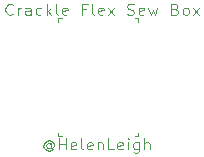
<source format=gbr>
G04 #@! TF.GenerationSoftware,KiCad,Pcbnew,(5.99.0-1023-gd6706c257)*
G04 #@! TF.CreationDate,2020-03-03T16:21:59+01:00*
G04 #@! TF.ProjectId,flex-dip,666c6578-2d64-4697-902e-6b696361645f,rev?*
G04 #@! TF.SameCoordinates,Original*
G04 #@! TF.FileFunction,Legend,Top*
G04 #@! TF.FilePolarity,Positive*
%FSLAX46Y46*%
G04 Gerber Fmt 4.6, Leading zero omitted, Abs format (unit mm)*
G04 Created by KiCad (PCBNEW (5.99.0-1023-gd6706c257)) date 2020-03-03 16:21:59*
%MOMM*%
%LPD*%
G01*
G04 APERTURE LIST*
%ADD10C,0.101600*%
%ADD11C,0.100000*%
G04 APERTURE END LIST*
D10*
X114971677Y-72993411D02*
X114924058Y-72950554D01*
X114828820Y-72907697D01*
X114733581Y-72907697D01*
X114638343Y-72950554D01*
X114590724Y-72993411D01*
X114543105Y-73079125D01*
X114543105Y-73164840D01*
X114590724Y-73250554D01*
X114638343Y-73293411D01*
X114733581Y-73336268D01*
X114828820Y-73336268D01*
X114924058Y-73293411D01*
X114971677Y-73250554D01*
X114971677Y-72907697D02*
X114971677Y-73250554D01*
X115019296Y-73293411D01*
X115066915Y-73293411D01*
X115162153Y-73250554D01*
X115209772Y-73164840D01*
X115209772Y-72950554D01*
X115114534Y-72821982D01*
X114971677Y-72736268D01*
X114781200Y-72693411D01*
X114590724Y-72736268D01*
X114447867Y-72821982D01*
X114352629Y-72950554D01*
X114305010Y-73121982D01*
X114352629Y-73293411D01*
X114447867Y-73421982D01*
X114590724Y-73507697D01*
X114781200Y-73550554D01*
X114971677Y-73507697D01*
X115114534Y-73421982D01*
X115638343Y-73421982D02*
X115638343Y-72521982D01*
X115638343Y-72950554D02*
X116209772Y-72950554D01*
X116209772Y-73421982D02*
X116209772Y-72521982D01*
X117066915Y-73379125D02*
X116971677Y-73421982D01*
X116781200Y-73421982D01*
X116685962Y-73379125D01*
X116638343Y-73293411D01*
X116638343Y-72950554D01*
X116685962Y-72864840D01*
X116781200Y-72821982D01*
X116971677Y-72821982D01*
X117066915Y-72864840D01*
X117114534Y-72950554D01*
X117114534Y-73036268D01*
X116638343Y-73121982D01*
X117685962Y-73421982D02*
X117590724Y-73379125D01*
X117543105Y-73293411D01*
X117543105Y-72521982D01*
X118447867Y-73379125D02*
X118352629Y-73421982D01*
X118162153Y-73421982D01*
X118066915Y-73379125D01*
X118019296Y-73293411D01*
X118019296Y-72950554D01*
X118066915Y-72864840D01*
X118162153Y-72821982D01*
X118352629Y-72821982D01*
X118447867Y-72864840D01*
X118495486Y-72950554D01*
X118495486Y-73036268D01*
X118019296Y-73121982D01*
X118924058Y-72821982D02*
X118924058Y-73421982D01*
X118924058Y-72907697D02*
X118971677Y-72864840D01*
X119066915Y-72821982D01*
X119209772Y-72821982D01*
X119305010Y-72864840D01*
X119352629Y-72950554D01*
X119352629Y-73421982D01*
X120305010Y-73421982D02*
X119828820Y-73421982D01*
X119828820Y-72521982D01*
X121019296Y-73379125D02*
X120924058Y-73421982D01*
X120733581Y-73421982D01*
X120638343Y-73379125D01*
X120590724Y-73293411D01*
X120590724Y-72950554D01*
X120638343Y-72864840D01*
X120733581Y-72821982D01*
X120924058Y-72821982D01*
X121019296Y-72864840D01*
X121066915Y-72950554D01*
X121066915Y-73036268D01*
X120590724Y-73121982D01*
X121495486Y-73421982D02*
X121495486Y-72821982D01*
X121495486Y-72521982D02*
X121447867Y-72564840D01*
X121495486Y-72607697D01*
X121543105Y-72564840D01*
X121495486Y-72521982D01*
X121495486Y-72607697D01*
X122400248Y-72821982D02*
X122400248Y-73550554D01*
X122352629Y-73636268D01*
X122305010Y-73679125D01*
X122209772Y-73721982D01*
X122066915Y-73721982D01*
X121971677Y-73679125D01*
X122400248Y-73379125D02*
X122305010Y-73421982D01*
X122114534Y-73421982D01*
X122019296Y-73379125D01*
X121971677Y-73336268D01*
X121924058Y-73250554D01*
X121924058Y-72993411D01*
X121971677Y-72907697D01*
X122019296Y-72864840D01*
X122114534Y-72821982D01*
X122305010Y-72821982D01*
X122400248Y-72864840D01*
X122876439Y-73421982D02*
X122876439Y-72521982D01*
X123305010Y-73421982D02*
X123305010Y-72950554D01*
X123257391Y-72864840D01*
X123162153Y-72821982D01*
X123019296Y-72821982D01*
X122924058Y-72864840D01*
X122876439Y-72907697D01*
X111736051Y-61949448D02*
X111687670Y-61992305D01*
X111542527Y-62035162D01*
X111445765Y-62035162D01*
X111300622Y-61992305D01*
X111203860Y-61906591D01*
X111155480Y-61820877D01*
X111107099Y-61649448D01*
X111107099Y-61520877D01*
X111155480Y-61349448D01*
X111203860Y-61263734D01*
X111300622Y-61178020D01*
X111445765Y-61135162D01*
X111542527Y-61135162D01*
X111687670Y-61178020D01*
X111736051Y-61220877D01*
X112171480Y-62035162D02*
X112171480Y-61435162D01*
X112171480Y-61606591D02*
X112219860Y-61520877D01*
X112268241Y-61478020D01*
X112365003Y-61435162D01*
X112461765Y-61435162D01*
X113235860Y-62035162D02*
X113235860Y-61563734D01*
X113187480Y-61478020D01*
X113090718Y-61435162D01*
X112897194Y-61435162D01*
X112800432Y-61478020D01*
X113235860Y-61992305D02*
X113139099Y-62035162D01*
X112897194Y-62035162D01*
X112800432Y-61992305D01*
X112752051Y-61906591D01*
X112752051Y-61820877D01*
X112800432Y-61735162D01*
X112897194Y-61692305D01*
X113139099Y-61692305D01*
X113235860Y-61649448D01*
X114155099Y-61992305D02*
X114058337Y-62035162D01*
X113864813Y-62035162D01*
X113768051Y-61992305D01*
X113719670Y-61949448D01*
X113671289Y-61863734D01*
X113671289Y-61606591D01*
X113719670Y-61520877D01*
X113768051Y-61478020D01*
X113864813Y-61435162D01*
X114058337Y-61435162D01*
X114155099Y-61478020D01*
X114590527Y-62035162D02*
X114590527Y-61135162D01*
X114687289Y-61692305D02*
X114977575Y-62035162D01*
X114977575Y-61435162D02*
X114590527Y-61778020D01*
X115558146Y-62035162D02*
X115461384Y-61992305D01*
X115413003Y-61906591D01*
X115413003Y-61135162D01*
X116332241Y-61992305D02*
X116235480Y-62035162D01*
X116041956Y-62035162D01*
X115945194Y-61992305D01*
X115896813Y-61906591D01*
X115896813Y-61563734D01*
X115945194Y-61478020D01*
X116041956Y-61435162D01*
X116235480Y-61435162D01*
X116332241Y-61478020D01*
X116380622Y-61563734D01*
X116380622Y-61649448D01*
X115896813Y-61735162D01*
X117928813Y-61563734D02*
X117590146Y-61563734D01*
X117590146Y-62035162D02*
X117590146Y-61135162D01*
X118073956Y-61135162D01*
X118606146Y-62035162D02*
X118509384Y-61992305D01*
X118461003Y-61906591D01*
X118461003Y-61135162D01*
X119380241Y-61992305D02*
X119283480Y-62035162D01*
X119089956Y-62035162D01*
X118993194Y-61992305D01*
X118944813Y-61906591D01*
X118944813Y-61563734D01*
X118993194Y-61478020D01*
X119089956Y-61435162D01*
X119283480Y-61435162D01*
X119380241Y-61478020D01*
X119428622Y-61563734D01*
X119428622Y-61649448D01*
X118944813Y-61735162D01*
X119767289Y-62035162D02*
X120299480Y-61435162D01*
X119767289Y-61435162D02*
X120299480Y-62035162D01*
X121412241Y-61992305D02*
X121557384Y-62035162D01*
X121799289Y-62035162D01*
X121896051Y-61992305D01*
X121944432Y-61949448D01*
X121992813Y-61863734D01*
X121992813Y-61778020D01*
X121944432Y-61692305D01*
X121896051Y-61649448D01*
X121799289Y-61606591D01*
X121605765Y-61563734D01*
X121509003Y-61520877D01*
X121460622Y-61478020D01*
X121412241Y-61392305D01*
X121412241Y-61306591D01*
X121460622Y-61220877D01*
X121509003Y-61178020D01*
X121605765Y-61135162D01*
X121847670Y-61135162D01*
X121992813Y-61178020D01*
X122815289Y-61992305D02*
X122718527Y-62035162D01*
X122525003Y-62035162D01*
X122428241Y-61992305D01*
X122379860Y-61906591D01*
X122379860Y-61563734D01*
X122428241Y-61478020D01*
X122525003Y-61435162D01*
X122718527Y-61435162D01*
X122815289Y-61478020D01*
X122863670Y-61563734D01*
X122863670Y-61649448D01*
X122379860Y-61735162D01*
X123202337Y-61435162D02*
X123395860Y-62035162D01*
X123589384Y-61606591D01*
X123782908Y-62035162D01*
X123976432Y-61435162D01*
X125476241Y-61563734D02*
X125621384Y-61606591D01*
X125669765Y-61649448D01*
X125718146Y-61735162D01*
X125718146Y-61863734D01*
X125669765Y-61949448D01*
X125621384Y-61992305D01*
X125524622Y-62035162D01*
X125137575Y-62035162D01*
X125137575Y-61135162D01*
X125476241Y-61135162D01*
X125573003Y-61178020D01*
X125621384Y-61220877D01*
X125669765Y-61306591D01*
X125669765Y-61392305D01*
X125621384Y-61478020D01*
X125573003Y-61520877D01*
X125476241Y-61563734D01*
X125137575Y-61563734D01*
X126298718Y-62035162D02*
X126201956Y-61992305D01*
X126153575Y-61949448D01*
X126105194Y-61863734D01*
X126105194Y-61606591D01*
X126153575Y-61520877D01*
X126201956Y-61478020D01*
X126298718Y-61435162D01*
X126443860Y-61435162D01*
X126540622Y-61478020D01*
X126589003Y-61520877D01*
X126637384Y-61606591D01*
X126637384Y-61863734D01*
X126589003Y-61949448D01*
X126540622Y-61992305D01*
X126443860Y-62035162D01*
X126298718Y-62035162D01*
X126976051Y-62035162D02*
X127508241Y-61435162D01*
X126976051Y-61435162D02*
X127508241Y-62035162D01*
D11*
X115556161Y-62621741D02*
X115556161Y-62321741D01*
X115556161Y-62321741D02*
X115856161Y-62321741D01*
X122356161Y-62621741D02*
X122356161Y-62321741D01*
X122356161Y-62321741D02*
X122056161Y-62321741D01*
X122356161Y-72021741D02*
X122356161Y-72321741D01*
X122356161Y-72321741D02*
X122056161Y-72321741D01*
X115556161Y-72021741D02*
X115556161Y-72321741D01*
X115556161Y-72321741D02*
X115856161Y-72321741D01*
M02*

</source>
